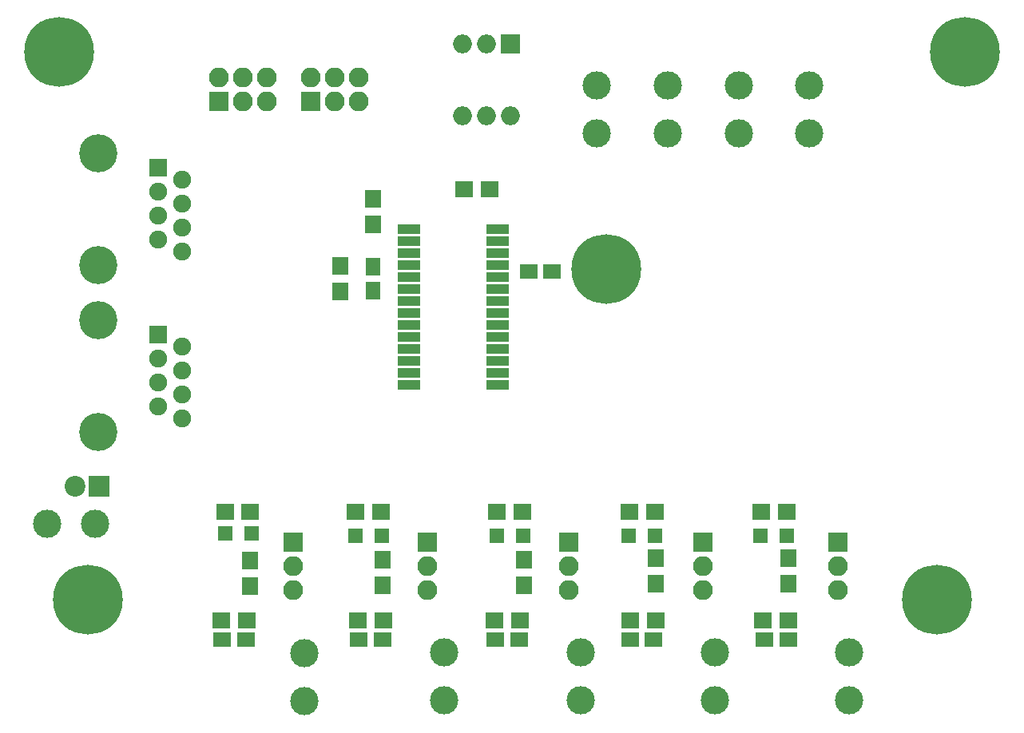
<source format=gbs>
G04 #@! TF.GenerationSoftware,KiCad,Pcbnew,(5.0.0-rc2-dev-340-g7483a73a5)*
G04 #@! TF.CreationDate,2018-04-20T18:58:31+02:00*
G04 #@! TF.ProjectId,PWRCTRLBRD,5057524354524C4252442E6B69636164,rev?*
G04 #@! TF.SameCoordinates,Original*
G04 #@! TF.FileFunction,Soldermask,Bot*
G04 #@! TF.FilePolarity,Negative*
%FSLAX46Y46*%
G04 Gerber Fmt 4.6, Leading zero omitted, Abs format (unit mm)*
G04 Created by KiCad (PCBNEW (5.0.0-rc2-dev-340-g7483a73a5)) date 04/20/18 18:58:31*
%MOMM*%
%LPD*%
G01*
G04 APERTURE LIST*
%ADD10C,7.400000*%
%ADD11C,4.050000*%
%ADD12R,1.900000X1.900000*%
%ADD13C,1.900000*%
%ADD14R,1.650000X1.900000*%
%ADD15R,1.900000X1.650000*%
%ADD16C,3.000000*%
%ADD17R,1.700000X1.900000*%
%ADD18R,1.900000X1.700000*%
%ADD19R,2.000000X2.000000*%
%ADD20O,2.000000X2.000000*%
%ADD21R,2.400000X1.000000*%
%ADD22R,2.100000X2.100000*%
%ADD23O,2.100000X2.100000*%
%ADD24R,2.200000X2.200000*%
%ADD25C,2.200000*%
%ADD26R,1.500000X1.500000*%
G04 APERTURE END LIST*
D10*
X177824000Y-102692000D03*
X212824000Y-137692000D03*
X122824000Y-137692000D03*
X119824000Y-79692000D03*
D11*
X123974000Y-119992000D03*
X123974000Y-108122000D03*
D12*
X130324000Y-109612000D03*
D13*
X132864000Y-110882000D03*
X130324000Y-112152000D03*
X132864000Y-113422000D03*
X130324000Y-114692000D03*
X132864000Y-115962000D03*
X130324000Y-117232000D03*
X132864000Y-118502000D03*
D14*
X153074000Y-102442000D03*
X153074000Y-104942000D03*
D15*
X137074000Y-141942000D03*
X139574000Y-141942000D03*
X151574000Y-141942000D03*
X154074000Y-141942000D03*
X166074000Y-141942000D03*
X168574000Y-141942000D03*
X180324000Y-141942000D03*
X182824000Y-141942000D03*
X194574000Y-141942000D03*
X197074000Y-141942000D03*
D16*
X123574000Y-129692000D03*
X118494000Y-129692000D03*
X176824000Y-88272000D03*
X176824000Y-83192000D03*
X184324000Y-88272000D03*
X184324000Y-83192000D03*
X191824000Y-88272000D03*
X191824000Y-83192000D03*
X199324000Y-88272000D03*
X199324000Y-83192000D03*
X145824000Y-143442000D03*
X145824000Y-148522000D03*
D11*
X123974000Y-102282000D03*
X123974000Y-90412000D03*
D12*
X130324000Y-91902000D03*
D13*
X132864000Y-93172000D03*
X130324000Y-94442000D03*
X132864000Y-95712000D03*
X130324000Y-96982000D03*
X132864000Y-98252000D03*
X130324000Y-99522000D03*
X132864000Y-100792000D03*
D16*
X160574000Y-143362000D03*
X160574000Y-148442000D03*
X175074000Y-143362000D03*
X175074000Y-148442000D03*
X189324000Y-143362000D03*
X189324000Y-148442000D03*
X203574000Y-143362000D03*
X203574000Y-148442000D03*
D17*
X149574000Y-105042000D03*
X149574000Y-102342000D03*
D18*
X162724000Y-94192000D03*
X165424000Y-94192000D03*
D17*
X153074000Y-95242000D03*
X153074000Y-97942000D03*
D18*
X140074000Y-128442000D03*
X137374000Y-128442000D03*
X136974000Y-139942000D03*
X139674000Y-139942000D03*
X153924000Y-128442000D03*
X151224000Y-128442000D03*
X151474000Y-139942000D03*
X154174000Y-139942000D03*
X168924000Y-128442000D03*
X166224000Y-128442000D03*
X165974000Y-139942000D03*
X168674000Y-139942000D03*
X182924000Y-128442000D03*
X180224000Y-128442000D03*
X180374000Y-139942000D03*
X183074000Y-139942000D03*
X196924000Y-128442000D03*
X194224000Y-128442000D03*
X194374000Y-139942000D03*
X197074000Y-139942000D03*
D19*
X167614000Y-78822000D03*
D20*
X162534000Y-86442000D03*
X165074000Y-78822000D03*
X165074000Y-86442000D03*
X162534000Y-78822000D03*
X167614000Y-86442000D03*
D21*
X156874000Y-114947000D03*
X156874000Y-113677000D03*
X156874000Y-112407000D03*
X156874000Y-111137000D03*
X156874000Y-109867000D03*
X156874000Y-108597000D03*
X156874000Y-107327000D03*
X156874000Y-106057000D03*
X156874000Y-104787000D03*
X156874000Y-103517000D03*
X156874000Y-102247000D03*
X156874000Y-100977000D03*
X156874000Y-99707000D03*
X156874000Y-98437000D03*
X166274000Y-98437000D03*
X166274000Y-99707000D03*
X166274000Y-100977000D03*
X166274000Y-102247000D03*
X166274000Y-103517000D03*
X166274000Y-104787000D03*
X166274000Y-106057000D03*
X166274000Y-107327000D03*
X166274000Y-108597000D03*
X166274000Y-109867000D03*
X166274000Y-111137000D03*
X166274000Y-112407000D03*
X166274000Y-113677000D03*
X166274000Y-114947000D03*
D22*
X136744000Y-84942000D03*
D23*
X136744000Y-82402000D03*
X139284000Y-84942000D03*
X139284000Y-82402000D03*
X141824000Y-84942000D03*
X141824000Y-82402000D03*
D22*
X146494000Y-84942000D03*
D23*
X146494000Y-82402000D03*
X149034000Y-84942000D03*
X149034000Y-82402000D03*
X151574000Y-84942000D03*
X151574000Y-82402000D03*
D22*
X144574000Y-131612000D03*
D23*
X144574000Y-134152000D03*
X144574000Y-136692000D03*
D22*
X158824000Y-131652000D03*
D23*
X158824000Y-134192000D03*
X158824000Y-136732000D03*
D22*
X173824000Y-131652000D03*
D23*
X173824000Y-134192000D03*
X173824000Y-136732000D03*
D22*
X188074000Y-131652000D03*
D23*
X188074000Y-134192000D03*
X188074000Y-136732000D03*
D22*
X202324000Y-131612000D03*
D23*
X202324000Y-134152000D03*
X202324000Y-136692000D03*
D17*
X140074000Y-133592000D03*
X140074000Y-136292000D03*
X154074000Y-133492000D03*
X154074000Y-136192000D03*
X169074000Y-133492000D03*
X169074000Y-136192000D03*
X183074000Y-133342000D03*
X183074000Y-136042000D03*
X197074000Y-133342000D03*
X197074000Y-136042000D03*
D15*
X172074000Y-102942000D03*
X169574000Y-102942000D03*
D24*
X124074000Y-125692000D03*
D25*
X121534000Y-125692000D03*
D26*
X137424000Y-130692000D03*
X140224000Y-130692000D03*
X153974000Y-130942000D03*
X151174000Y-130942000D03*
X168974000Y-130942000D03*
X166174000Y-130942000D03*
X182974000Y-130942000D03*
X180174000Y-130942000D03*
X196974000Y-130942000D03*
X194174000Y-130942000D03*
D10*
X215824000Y-79692000D03*
M02*

</source>
